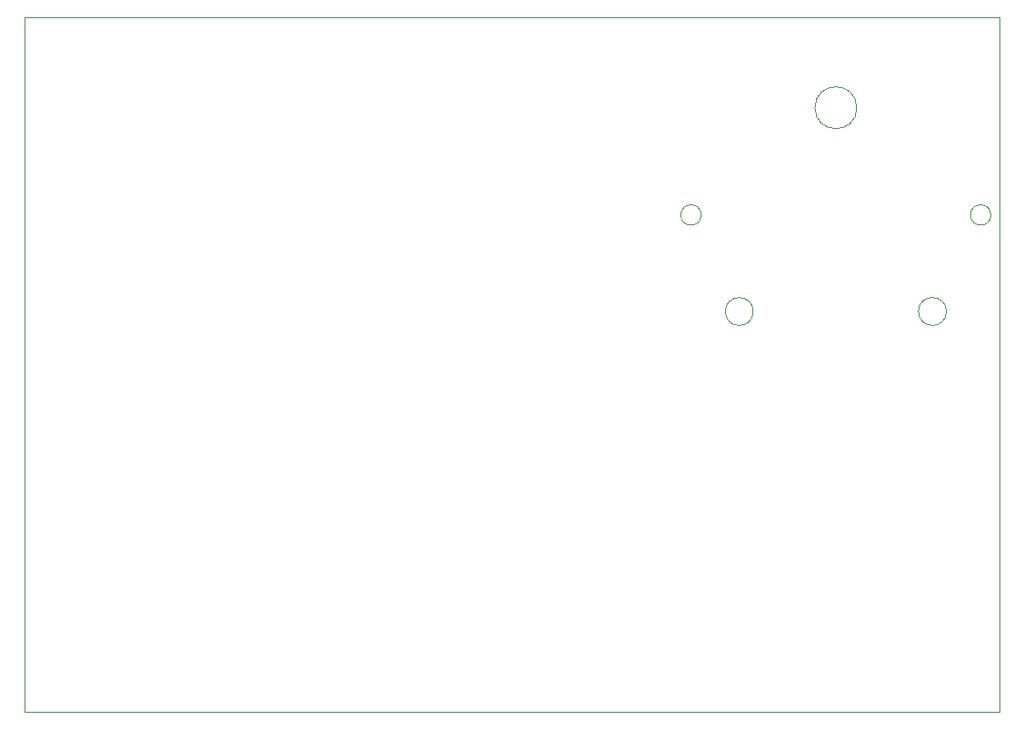
<source format=gbr>
%TF.GenerationSoftware,KiCad,Pcbnew,8.0.0-rc1-67-g7b24167398*%
%TF.CreationDate,2024-01-29T15:53:44-08:00*%
%TF.ProjectId,test,74657374-2e6b-4696-9361-645f70636258,rev?*%
%TF.SameCoordinates,Original*%
%TF.FileFunction,Profile,NP*%
%FSLAX46Y46*%
G04 Gerber Fmt 4.6, Leading zero omitted, Abs format (unit mm)*
G04 Created by KiCad (PCBNEW 8.0.0-rc1-67-g7b24167398) date 2024-01-29 15:53:44*
%MOMM*%
%LPD*%
G01*
G04 APERTURE LIST*
%TA.AperFunction,Profile*%
%ADD10C,0.100000*%
%TD*%
%TA.AperFunction,Profile*%
%ADD11C,0.050000*%
%TD*%
G04 APERTURE END LIST*
D10*
X93980000Y-45720000D02*
X184785000Y-45720000D01*
X184785000Y-110490000D01*
X93980000Y-110490000D01*
X93980000Y-45720000D01*
D11*
%TO.C,M1*%
X156995000Y-64135000D02*
G75*
G02*
X155095000Y-64135000I-950000J0D01*
G01*
X155095000Y-64135000D02*
G75*
G02*
X156995000Y-64135000I950000J0D01*
G01*
X161845000Y-73135000D02*
G75*
G02*
X159245000Y-73135000I-1300000J0D01*
G01*
X159245000Y-73135000D02*
G75*
G02*
X161845000Y-73135000I1300000J0D01*
G01*
X171495000Y-54135000D02*
G75*
G02*
X167595000Y-54135000I-1950000J0D01*
G01*
X167595000Y-54135000D02*
G75*
G02*
X171495000Y-54135000I1950000J0D01*
G01*
X179845000Y-73135000D02*
G75*
G02*
X177245000Y-73135000I-1300000J0D01*
G01*
X177245000Y-73135000D02*
G75*
G02*
X179845000Y-73135000I1300000J0D01*
G01*
X183995000Y-64135000D02*
G75*
G02*
X182095000Y-64135000I-950000J0D01*
G01*
X182095000Y-64135000D02*
G75*
G02*
X183995000Y-64135000I950000J0D01*
G01*
%TD*%
M02*

</source>
